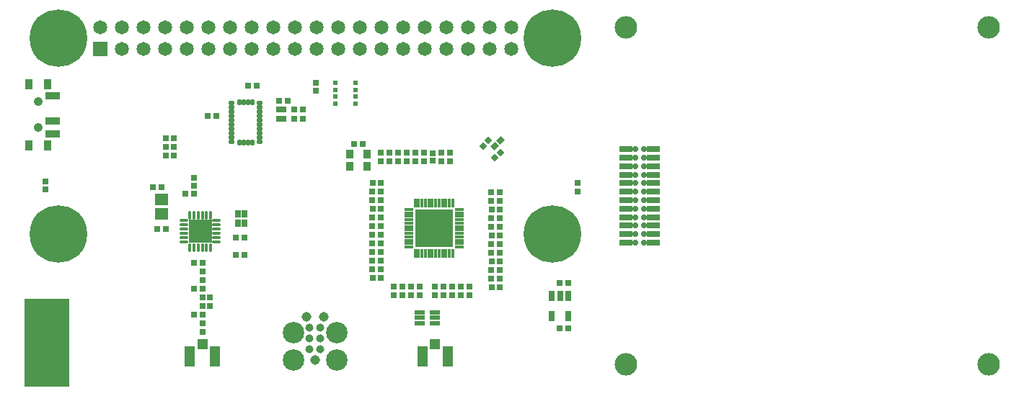
<source format=gts>
G04 Layer_Color=8388736*
%FSLAX25Y25*%
%MOIN*%
G70*
G01*
G75*
%ADD76R,0.06000X0.03000*%
%ADD77R,0.02962X0.02568*%
%ADD78R,0.02175X0.02175*%
%ADD79R,0.04537X0.02568*%
%ADD80O,0.01978X0.02962*%
%ADD81O,0.02962X0.01978*%
%ADD82R,0.10836X0.10836*%
%ADD83O,0.01584X0.03947*%
%ADD84O,0.03947X0.01584*%
%ADD85R,0.02765X0.02765*%
%ADD86R,0.02765X0.02765*%
%ADD87R,0.02962X0.04931*%
%ADD88R,0.03750X0.04143*%
%ADD89R,0.02962X0.03553*%
%ADD90R,0.01181X0.03937*%
%ADD91R,0.03937X0.01181*%
%ADD92R,0.17716X0.17716*%
%ADD93R,0.20600X0.40600*%
%ADD94R,0.06506X0.03356*%
%ADD95R,0.03750X0.04537*%
%ADD96P,0.03911X4X180.0*%
G04:AMPARAMS|DCode=97|XSize=37mil|YSize=37mil|CornerRadius=18.5mil|HoleSize=0mil|Usage=FLASHONLY|Rotation=90.000|XOffset=0mil|YOffset=0mil|HoleType=Round|Shape=RoundedRectangle|*
%AMROUNDEDRECTD97*
21,1,0.03700,0.00000,0,0,90.0*
21,1,0.00000,0.03700,0,0,90.0*
1,1,0.03700,0.00000,0.00000*
1,1,0.03700,0.00000,0.00000*
1,1,0.03700,0.00000,0.00000*
1,1,0.03700,0.00000,0.00000*
%
%ADD97ROUNDEDRECTD97*%
%ADD98R,0.06387X0.05285*%
%ADD99R,0.02568X0.03159*%
%ADD100R,0.02568X0.02962*%
%ADD101R,0.03159X0.02568*%
G04:AMPARAMS|DCode=102|XSize=25.68mil|YSize=29.62mil|CornerRadius=0mil|HoleSize=0mil|Usage=FLASHONLY|Rotation=135.000|XOffset=0mil|YOffset=0mil|HoleType=Round|Shape=Rectangle|*
%AMROTATEDRECTD102*
4,1,4,0.01955,0.00139,-0.00139,-0.01955,-0.01955,-0.00139,0.00139,0.01955,0.01955,0.00139,0.0*
%
%ADD102ROTATEDRECTD102*%

%ADD103R,0.04537X0.01978*%
%ADD104R,0.04537X0.04537*%
%ADD105R,0.04734X0.09261*%
%ADD106C,0.26575*%
%ADD107R,0.06506X0.06506*%
%ADD108C,0.06506*%
%ADD109C,0.10400*%
%ADD110C,0.02800*%
%ADD111C,0.04143*%
%ADD112C,0.09950*%
%ADD113C,0.04500*%
%ADD114C,0.01772*%
D76*
X278402Y-50685D02*
D03*
X291000D02*
D03*
X278402Y-46748D02*
D03*
X291000D02*
D03*
X278402Y-42811D02*
D03*
X291000D02*
D03*
X278402Y-38874D02*
D03*
X291000D02*
D03*
X278402Y-34937D02*
D03*
X291000D02*
D03*
X278402Y-31000D02*
D03*
X291000D02*
D03*
X278402Y-27063D02*
D03*
X291000D02*
D03*
X278402Y-23126D02*
D03*
X291000D02*
D03*
X278402Y-19189D02*
D03*
X291000D02*
D03*
X278402Y-15252D02*
D03*
X291000D02*
D03*
X278402Y-11315D02*
D03*
X291000D02*
D03*
X278402Y-7378D02*
D03*
X291000D02*
D03*
D77*
X156468Y-5000D02*
D03*
X152532D02*
D03*
X247532Y-69500D02*
D03*
X251468Y-69500D02*
D03*
X247532Y-90500D02*
D03*
X251468D02*
D03*
X59531Y-25000D02*
D03*
X63468D02*
D03*
X74532Y-28000D02*
D03*
X78469D02*
D03*
X61532Y-44500D02*
D03*
X65469D02*
D03*
X78531Y-84000D02*
D03*
X82468D02*
D03*
X78531Y-72000D02*
D03*
X82468D02*
D03*
X78531Y-60000D02*
D03*
X82468D02*
D03*
X101969Y-56500D02*
D03*
X98032D02*
D03*
X101969Y-48500D02*
D03*
X98032D02*
D03*
X128969Y11000D02*
D03*
X125031D02*
D03*
X128969Y6500D02*
D03*
X125031D02*
D03*
X121968Y15000D02*
D03*
X118032D02*
D03*
X107468Y22000D02*
D03*
X103532D02*
D03*
X88937Y8000D02*
D03*
X85000D02*
D03*
X219969Y-67500D02*
D03*
X216032D02*
D03*
X219969Y-63500D02*
D03*
X216032D02*
D03*
X219969Y-55500D02*
D03*
X216032D02*
D03*
X219969Y-51500D02*
D03*
X216032D02*
D03*
X161031Y-55000D02*
D03*
X164969D02*
D03*
X161031Y-47000D02*
D03*
X164969D02*
D03*
X219969Y-43500D02*
D03*
X216032D02*
D03*
X219969Y-39500D02*
D03*
X216032D02*
D03*
X219969Y-31500D02*
D03*
X216032D02*
D03*
X219969Y-27500D02*
D03*
X216032D02*
D03*
X161031Y-51000D02*
D03*
X164969D02*
D03*
X161031Y-31000D02*
D03*
X164969D02*
D03*
X161031Y-27000D02*
D03*
X164969D02*
D03*
D78*
X153224Y23224D02*
D03*
Y20075D02*
D03*
Y16925D02*
D03*
Y13776D02*
D03*
X143776D02*
D03*
Y16925D02*
D03*
Y20075D02*
D03*
Y23224D02*
D03*
D79*
X119000Y6669D02*
D03*
X119000Y11000D02*
D03*
D80*
X105453Y14252D02*
D03*
X103484D02*
D03*
X101516D02*
D03*
X99547D02*
D03*
Y-4252D02*
D03*
X101516Y-4252D02*
D03*
X103484D02*
D03*
X105453D02*
D03*
D81*
X96004Y13858D02*
D03*
X96004Y11890D02*
D03*
X96004Y9921D02*
D03*
Y7953D02*
D03*
Y5984D02*
D03*
Y4016D02*
D03*
Y2047D02*
D03*
Y79D02*
D03*
Y-1890D02*
D03*
X96004Y-3858D02*
D03*
X108996Y-3858D02*
D03*
Y-1890D02*
D03*
Y79D02*
D03*
X108996Y2047D02*
D03*
Y4016D02*
D03*
Y5984D02*
D03*
X108996Y7953D02*
D03*
Y9921D02*
D03*
X108996Y11890D02*
D03*
Y13858D02*
D03*
D82*
X81453Y-45421D02*
D03*
D83*
X86374Y-53000D02*
D03*
X84405D02*
D03*
X82437D02*
D03*
X80468D02*
D03*
X78500D02*
D03*
X76531D02*
D03*
Y-37843D02*
D03*
X78500D02*
D03*
X80468D02*
D03*
X82437D02*
D03*
X84405D02*
D03*
X86374D02*
D03*
D84*
X73874Y-50343D02*
D03*
Y-48374D02*
D03*
Y-46406D02*
D03*
Y-44437D02*
D03*
Y-42469D02*
D03*
Y-40500D02*
D03*
X89031D02*
D03*
Y-42469D02*
D03*
Y-44437D02*
D03*
Y-46406D02*
D03*
Y-48374D02*
D03*
Y-50343D02*
D03*
D85*
X10000Y-26000D02*
D03*
Y-22457D02*
D03*
X78500Y-20728D02*
D03*
Y-24272D02*
D03*
X189000Y-12772D02*
D03*
Y-9228D02*
D03*
D86*
X65728Y-2500D02*
D03*
X69272D02*
D03*
X65728Y-10500D02*
D03*
X69272D02*
D03*
X65728Y-6500D02*
D03*
X69272D02*
D03*
X161228Y-67000D02*
D03*
X164772D02*
D03*
X161228Y-35000D02*
D03*
X164772D02*
D03*
X161228Y-23000D02*
D03*
X164772D02*
D03*
D87*
X251500Y-84697D02*
D03*
X244020Y-84697D02*
D03*
Y-75248D02*
D03*
X247760D02*
D03*
X251500D02*
D03*
D88*
X150465Y-9646D02*
D03*
X158535D02*
D03*
Y-15354D02*
D03*
X150465D02*
D03*
D89*
X102075Y-37433D02*
D03*
Y-41567D02*
D03*
X98925Y-37433D02*
D03*
Y-41567D02*
D03*
D90*
X198161Y-32386D02*
D03*
X195012D02*
D03*
X191862D02*
D03*
X188713D02*
D03*
X185563D02*
D03*
X182413D02*
D03*
X180839D02*
D03*
X183988D02*
D03*
X187138D02*
D03*
X190287D02*
D03*
X193437D02*
D03*
X196587D02*
D03*
X180839Y-55614D02*
D03*
X183988D02*
D03*
X187138D02*
D03*
X190287D02*
D03*
X193437D02*
D03*
X196587D02*
D03*
X198161D02*
D03*
X195012D02*
D03*
X191862D02*
D03*
X188713D02*
D03*
X185563D02*
D03*
X182413D02*
D03*
D91*
X201114Y-52661D02*
D03*
Y-49512D02*
D03*
Y-46362D02*
D03*
Y-43213D02*
D03*
Y-40063D02*
D03*
Y-36913D02*
D03*
Y-35339D02*
D03*
Y-38488D02*
D03*
Y-41638D02*
D03*
Y-44787D02*
D03*
Y-47937D02*
D03*
Y-51087D02*
D03*
X177886Y-36913D02*
D03*
Y-40063D02*
D03*
Y-43213D02*
D03*
Y-46362D02*
D03*
Y-49512D02*
D03*
Y-52661D02*
D03*
Y-51087D02*
D03*
Y-47937D02*
D03*
Y-44787D02*
D03*
Y-41638D02*
D03*
Y-38488D02*
D03*
Y-35339D02*
D03*
D92*
X189500Y-44000D02*
D03*
D93*
X10500Y-97000D02*
D03*
D94*
X13390Y17453D02*
D03*
Y5642D02*
D03*
Y-264D02*
D03*
D95*
X2169Y22768D02*
D03*
X10831D02*
D03*
X2169Y-5579D02*
D03*
X10831D02*
D03*
D96*
X217639Y-11361D02*
D03*
X220145Y-8855D02*
D03*
X212139Y-5861D02*
D03*
X214645Y-3355D02*
D03*
D97*
X137000Y-90000D02*
D03*
X132000D02*
D03*
X137000Y-95000D02*
D03*
X132000D02*
D03*
X137000Y-100000D02*
D03*
X132000D02*
D03*
D98*
X63500Y-30634D02*
D03*
Y-37366D02*
D03*
D99*
X82500Y-76130D02*
D03*
Y-79870D02*
D03*
Y-64130D02*
D03*
Y-67870D02*
D03*
X256000Y-26870D02*
D03*
Y-23130D02*
D03*
X135000Y19630D02*
D03*
Y23370D02*
D03*
X202000Y-74870D02*
D03*
Y-71130D02*
D03*
X171000Y-74870D02*
D03*
Y-71130D02*
D03*
X185000Y-9130D02*
D03*
Y-12870D02*
D03*
X173000Y-9130D02*
D03*
Y-12870D02*
D03*
D100*
X82500Y-88032D02*
D03*
Y-91969D02*
D03*
X86000Y-76032D02*
D03*
Y-79969D02*
D03*
X190000Y-74968D02*
D03*
Y-71031D02*
D03*
X206000Y-71031D02*
D03*
Y-74968D02*
D03*
X198000Y-74968D02*
D03*
Y-71031D02*
D03*
X194000Y-74968D02*
D03*
Y-71031D02*
D03*
X175000Y-74968D02*
D03*
Y-71031D02*
D03*
X179000Y-74968D02*
D03*
Y-71031D02*
D03*
X183000Y-74968D02*
D03*
Y-71031D02*
D03*
X165000Y-62968D02*
D03*
Y-59031D02*
D03*
X161000Y-62968D02*
D03*
Y-59031D02*
D03*
Y-39031D02*
D03*
Y-42968D02*
D03*
X165000Y-42968D02*
D03*
Y-39031D02*
D03*
X181000Y-9031D02*
D03*
Y-12968D02*
D03*
X177000Y-9031D02*
D03*
Y-12968D02*
D03*
X169000Y-9031D02*
D03*
Y-12968D02*
D03*
X165000Y-9031D02*
D03*
Y-12968D02*
D03*
X197000Y-9031D02*
D03*
Y-12968D02*
D03*
X193000Y-9031D02*
D03*
Y-12968D02*
D03*
D101*
X219870Y-71500D02*
D03*
X216130D02*
D03*
X219870Y-59500D02*
D03*
X216130D02*
D03*
X219870Y-47500D02*
D03*
X216130D02*
D03*
X219870Y-35500D02*
D03*
X216130D02*
D03*
D102*
X217500Y-6000D02*
D03*
X220284Y-3216D02*
D03*
D103*
X182957Y-88059D02*
D03*
Y-85500D02*
D03*
Y-82941D02*
D03*
X190043D02*
D03*
Y-85500D02*
D03*
Y-88059D02*
D03*
D104*
X82500Y-97594D02*
D03*
X190000D02*
D03*
D105*
X88307Y-103500D02*
D03*
X76693D02*
D03*
X195807D02*
D03*
X184193D02*
D03*
D106*
X244346Y44000D02*
D03*
Y-46551D02*
D03*
X16000Y44000D02*
D03*
Y-46551D02*
D03*
D107*
X35173Y39000D02*
D03*
D108*
X45173D02*
D03*
X55173D02*
D03*
X65173D02*
D03*
X75173D02*
D03*
X85173D02*
D03*
X95173D02*
D03*
X105173D02*
D03*
X115173D02*
D03*
X125173D02*
D03*
X135173D02*
D03*
X145173D02*
D03*
X155173D02*
D03*
X165173D02*
D03*
X175173D02*
D03*
X185173D02*
D03*
X195173D02*
D03*
X205173D02*
D03*
X215173D02*
D03*
X225173D02*
D03*
X35173Y49000D02*
D03*
X45173D02*
D03*
X55173D02*
D03*
X65173D02*
D03*
X75173D02*
D03*
X85173D02*
D03*
X95173D02*
D03*
X105173D02*
D03*
X115173D02*
D03*
X125173D02*
D03*
X135173D02*
D03*
X145173D02*
D03*
X155173D02*
D03*
X165173D02*
D03*
X175173D02*
D03*
X185173D02*
D03*
X195173D02*
D03*
X205173D02*
D03*
X215173D02*
D03*
X225173D02*
D03*
D109*
X445953Y48921D02*
D03*
Y-106984D02*
D03*
X278236Y48921D02*
D03*
Y-106984D02*
D03*
D110*
X282733Y-50685D02*
D03*
X286669D02*
D03*
X282733Y-46748D02*
D03*
X286669D02*
D03*
X282733Y-42811D02*
D03*
X286669D02*
D03*
X282733Y-38874D02*
D03*
X286669D02*
D03*
X282733Y-34937D02*
D03*
X286669D02*
D03*
X282733Y-31000D02*
D03*
X286669D02*
D03*
X282733Y-27063D02*
D03*
X286669D02*
D03*
X282733Y-23126D02*
D03*
X286669D02*
D03*
X282733Y-19189D02*
D03*
X286669D02*
D03*
X282733Y-15252D02*
D03*
X286669D02*
D03*
X282733Y-11315D02*
D03*
X286669D02*
D03*
X282733Y-7378D02*
D03*
X286669D02*
D03*
X79287Y-43256D02*
D03*
X83618D02*
D03*
X79287Y-47587D02*
D03*
X83618D02*
D03*
D111*
X6500Y14500D02*
D03*
Y2689D02*
D03*
D112*
X144500Y-92500D02*
D03*
X124500D02*
D03*
X144500Y-105000D02*
D03*
X124500D02*
D03*
D113*
X138500Y-85000D02*
D03*
X130500D02*
D03*
X134500Y-105000D02*
D03*
D114*
X194421Y-44000D02*
D03*
X194028Y-48724D02*
D03*
Y-39276D02*
D03*
X189303D02*
D03*
Y-44000D02*
D03*
X184579D02*
D03*
Y-48724D02*
D03*
X189303D02*
D03*
X184579Y-39276D02*
D03*
M02*

</source>
